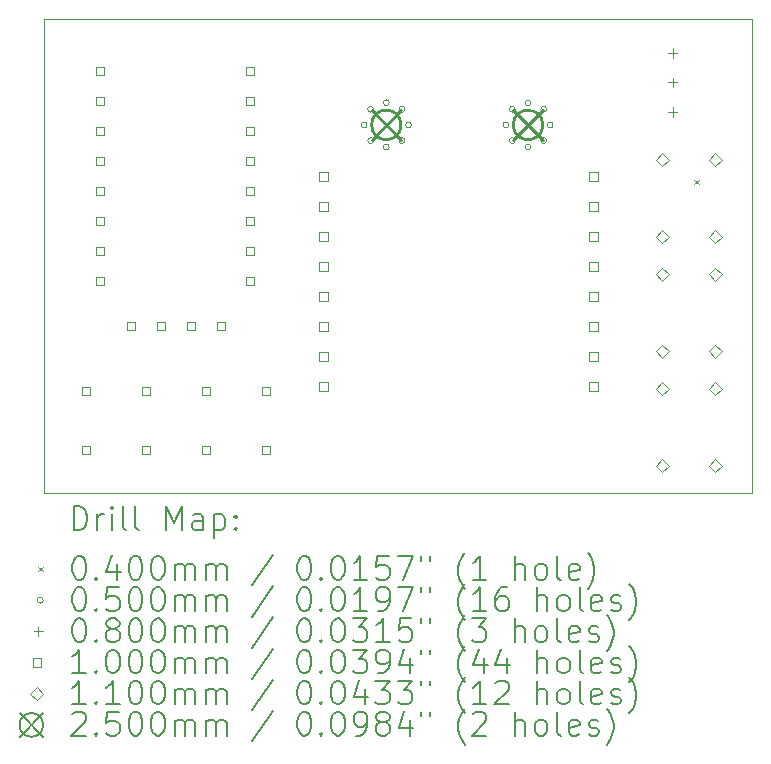
<source format=gbr>
%FSLAX45Y45*%
G04 Gerber Fmt 4.5, Leading zero omitted, Abs format (unit mm)*
G04 Created by KiCad (PCBNEW (6.0.5)) date 2022-11-03 10:24:22*
%MOMM*%
%LPD*%
G01*
G04 APERTURE LIST*
%TA.AperFunction,Profile*%
%ADD10C,0.100000*%
%TD*%
%ADD11C,0.200000*%
%ADD12C,0.040000*%
%ADD13C,0.050000*%
%ADD14C,0.080000*%
%ADD15C,0.100000*%
%ADD16C,0.110000*%
%ADD17C,0.250000*%
G04 APERTURE END LIST*
D10*
X13900000Y-11535000D02*
X7900000Y-11535000D01*
X13900000Y-7520000D02*
X13900000Y-11535000D01*
X7900000Y-7520000D02*
X7900000Y-11535000D01*
X7900000Y-7520000D02*
X13900000Y-7520000D01*
D11*
D12*
X13406250Y-8883750D02*
X13446250Y-8923750D01*
X13446250Y-8883750D02*
X13406250Y-8923750D01*
D13*
X10637500Y-8420000D02*
G75*
G03*
X10637500Y-8420000I-25000J0D01*
G01*
X10692418Y-8287417D02*
G75*
G03*
X10692418Y-8287417I-25000J0D01*
G01*
X10692418Y-8552583D02*
G75*
G03*
X10692418Y-8552583I-25000J0D01*
G01*
X10825000Y-8232500D02*
G75*
G03*
X10825000Y-8232500I-25000J0D01*
G01*
X10825000Y-8607500D02*
G75*
G03*
X10825000Y-8607500I-25000J0D01*
G01*
X10957583Y-8287417D02*
G75*
G03*
X10957583Y-8287417I-25000J0D01*
G01*
X10957583Y-8552583D02*
G75*
G03*
X10957583Y-8552583I-25000J0D01*
G01*
X11012500Y-8420000D02*
G75*
G03*
X11012500Y-8420000I-25000J0D01*
G01*
X11837500Y-8420000D02*
G75*
G03*
X11837500Y-8420000I-25000J0D01*
G01*
X11892417Y-8287417D02*
G75*
G03*
X11892417Y-8287417I-25000J0D01*
G01*
X11892417Y-8552583D02*
G75*
G03*
X11892417Y-8552583I-25000J0D01*
G01*
X12025000Y-8232500D02*
G75*
G03*
X12025000Y-8232500I-25000J0D01*
G01*
X12025000Y-8607500D02*
G75*
G03*
X12025000Y-8607500I-25000J0D01*
G01*
X12157582Y-8287417D02*
G75*
G03*
X12157582Y-8287417I-25000J0D01*
G01*
X12157582Y-8552583D02*
G75*
G03*
X12157582Y-8552583I-25000J0D01*
G01*
X12212500Y-8420000D02*
G75*
G03*
X12212500Y-8420000I-25000J0D01*
G01*
D14*
X13225000Y-7770000D02*
X13225000Y-7850000D01*
X13185000Y-7810000D02*
X13265000Y-7810000D01*
X13225000Y-8020000D02*
X13225000Y-8100000D01*
X13185000Y-8060000D02*
X13265000Y-8060000D01*
X13225000Y-8270000D02*
X13225000Y-8350000D01*
X13185000Y-8310000D02*
X13265000Y-8310000D01*
D15*
X8293356Y-10705356D02*
X8293356Y-10634644D01*
X8222644Y-10634644D01*
X8222644Y-10705356D01*
X8293356Y-10705356D01*
X8293356Y-11205356D02*
X8293356Y-11134644D01*
X8222644Y-11134644D01*
X8222644Y-11205356D01*
X8293356Y-11205356D01*
X8410356Y-7999856D02*
X8410356Y-7929144D01*
X8339644Y-7929144D01*
X8339644Y-7999856D01*
X8410356Y-7999856D01*
X8410356Y-8253856D02*
X8410356Y-8183144D01*
X8339644Y-8183144D01*
X8339644Y-8253856D01*
X8410356Y-8253856D01*
X8410356Y-8507856D02*
X8410356Y-8437144D01*
X8339644Y-8437144D01*
X8339644Y-8507856D01*
X8410356Y-8507856D01*
X8410356Y-8761856D02*
X8410356Y-8691144D01*
X8339644Y-8691144D01*
X8339644Y-8761856D01*
X8410356Y-8761856D01*
X8410356Y-9015856D02*
X8410356Y-8945144D01*
X8339644Y-8945144D01*
X8339644Y-9015856D01*
X8410356Y-9015856D01*
X8410356Y-9269856D02*
X8410356Y-9199144D01*
X8339644Y-9199144D01*
X8339644Y-9269856D01*
X8410356Y-9269856D01*
X8410356Y-9523856D02*
X8410356Y-9453144D01*
X8339644Y-9453144D01*
X8339644Y-9523856D01*
X8410356Y-9523856D01*
X8410356Y-9777856D02*
X8410356Y-9707144D01*
X8339644Y-9707144D01*
X8339644Y-9777856D01*
X8410356Y-9777856D01*
X8675356Y-10155356D02*
X8675356Y-10084644D01*
X8604644Y-10084644D01*
X8604644Y-10155356D01*
X8675356Y-10155356D01*
X8801356Y-10705356D02*
X8801356Y-10634644D01*
X8730644Y-10634644D01*
X8730644Y-10705356D01*
X8801356Y-10705356D01*
X8801356Y-11205356D02*
X8801356Y-11134644D01*
X8730644Y-11134644D01*
X8730644Y-11205356D01*
X8801356Y-11205356D01*
X8929356Y-10155356D02*
X8929356Y-10084644D01*
X8858644Y-10084644D01*
X8858644Y-10155356D01*
X8929356Y-10155356D01*
X9183356Y-10155356D02*
X9183356Y-10084644D01*
X9112644Y-10084644D01*
X9112644Y-10155356D01*
X9183356Y-10155356D01*
X9309356Y-10705356D02*
X9309356Y-10634644D01*
X9238644Y-10634644D01*
X9238644Y-10705356D01*
X9309356Y-10705356D01*
X9309356Y-11205356D02*
X9309356Y-11134644D01*
X9238644Y-11134644D01*
X9238644Y-11205356D01*
X9309356Y-11205356D01*
X9437356Y-10155356D02*
X9437356Y-10084644D01*
X9366644Y-10084644D01*
X9366644Y-10155356D01*
X9437356Y-10155356D01*
X9680356Y-7999856D02*
X9680356Y-7929144D01*
X9609644Y-7929144D01*
X9609644Y-7999856D01*
X9680356Y-7999856D01*
X9680356Y-8253856D02*
X9680356Y-8183144D01*
X9609644Y-8183144D01*
X9609644Y-8253856D01*
X9680356Y-8253856D01*
X9680356Y-8507856D02*
X9680356Y-8437144D01*
X9609644Y-8437144D01*
X9609644Y-8507856D01*
X9680356Y-8507856D01*
X9680356Y-8761856D02*
X9680356Y-8691144D01*
X9609644Y-8691144D01*
X9609644Y-8761856D01*
X9680356Y-8761856D01*
X9680356Y-9015856D02*
X9680356Y-8945144D01*
X9609644Y-8945144D01*
X9609644Y-9015856D01*
X9680356Y-9015856D01*
X9680356Y-9269856D02*
X9680356Y-9199144D01*
X9609644Y-9199144D01*
X9609644Y-9269856D01*
X9680356Y-9269856D01*
X9680356Y-9523856D02*
X9680356Y-9453144D01*
X9609644Y-9453144D01*
X9609644Y-9523856D01*
X9680356Y-9523856D01*
X9680356Y-9777856D02*
X9680356Y-9707144D01*
X9609644Y-9707144D01*
X9609644Y-9777856D01*
X9680356Y-9777856D01*
X9817356Y-10705356D02*
X9817356Y-10634644D01*
X9746644Y-10634644D01*
X9746644Y-10705356D01*
X9817356Y-10705356D01*
X9817356Y-11205356D02*
X9817356Y-11134644D01*
X9746644Y-11134644D01*
X9746644Y-11205356D01*
X9817356Y-11205356D01*
X10303856Y-8891356D02*
X10303856Y-8820644D01*
X10233144Y-8820644D01*
X10233144Y-8891356D01*
X10303856Y-8891356D01*
X10303856Y-9145356D02*
X10303856Y-9074644D01*
X10233144Y-9074644D01*
X10233144Y-9145356D01*
X10303856Y-9145356D01*
X10303856Y-9399356D02*
X10303856Y-9328644D01*
X10233144Y-9328644D01*
X10233144Y-9399356D01*
X10303856Y-9399356D01*
X10303856Y-9653356D02*
X10303856Y-9582644D01*
X10233144Y-9582644D01*
X10233144Y-9653356D01*
X10303856Y-9653356D01*
X10303856Y-9907356D02*
X10303856Y-9836644D01*
X10233144Y-9836644D01*
X10233144Y-9907356D01*
X10303856Y-9907356D01*
X10303856Y-10161356D02*
X10303856Y-10090644D01*
X10233144Y-10090644D01*
X10233144Y-10161356D01*
X10303856Y-10161356D01*
X10303856Y-10415356D02*
X10303856Y-10344644D01*
X10233144Y-10344644D01*
X10233144Y-10415356D01*
X10303856Y-10415356D01*
X10303856Y-10669356D02*
X10303856Y-10598644D01*
X10233144Y-10598644D01*
X10233144Y-10669356D01*
X10303856Y-10669356D01*
X12589856Y-8891356D02*
X12589856Y-8820644D01*
X12519144Y-8820644D01*
X12519144Y-8891356D01*
X12589856Y-8891356D01*
X12589856Y-9145356D02*
X12589856Y-9074644D01*
X12519144Y-9074644D01*
X12519144Y-9145356D01*
X12589856Y-9145356D01*
X12589856Y-9399356D02*
X12589856Y-9328644D01*
X12519144Y-9328644D01*
X12519144Y-9399356D01*
X12589856Y-9399356D01*
X12589856Y-9653356D02*
X12589856Y-9582644D01*
X12519144Y-9582644D01*
X12519144Y-9653356D01*
X12589856Y-9653356D01*
X12589856Y-9907356D02*
X12589856Y-9836644D01*
X12519144Y-9836644D01*
X12519144Y-9907356D01*
X12589856Y-9907356D01*
X12589856Y-10161356D02*
X12589856Y-10090644D01*
X12519144Y-10090644D01*
X12519144Y-10161356D01*
X12589856Y-10161356D01*
X12589856Y-10415356D02*
X12589856Y-10344644D01*
X12519144Y-10344644D01*
X12519144Y-10415356D01*
X12589856Y-10415356D01*
X12589856Y-10669356D02*
X12589856Y-10598644D01*
X12519144Y-10598644D01*
X12519144Y-10669356D01*
X12589856Y-10669356D01*
D16*
X13135000Y-8770000D02*
X13190000Y-8715000D01*
X13135000Y-8660000D01*
X13080000Y-8715000D01*
X13135000Y-8770000D01*
X13135000Y-9420000D02*
X13190000Y-9365000D01*
X13135000Y-9310000D01*
X13080000Y-9365000D01*
X13135000Y-9420000D01*
X13135000Y-9740000D02*
X13190000Y-9685000D01*
X13135000Y-9630000D01*
X13080000Y-9685000D01*
X13135000Y-9740000D01*
X13135000Y-10390000D02*
X13190000Y-10335000D01*
X13135000Y-10280000D01*
X13080000Y-10335000D01*
X13135000Y-10390000D01*
X13135000Y-10710000D02*
X13190000Y-10655000D01*
X13135000Y-10600000D01*
X13080000Y-10655000D01*
X13135000Y-10710000D01*
X13135000Y-11360000D02*
X13190000Y-11305000D01*
X13135000Y-11250000D01*
X13080000Y-11305000D01*
X13135000Y-11360000D01*
X13585000Y-8770000D02*
X13640000Y-8715000D01*
X13585000Y-8660000D01*
X13530000Y-8715000D01*
X13585000Y-8770000D01*
X13585000Y-9420000D02*
X13640000Y-9365000D01*
X13585000Y-9310000D01*
X13530000Y-9365000D01*
X13585000Y-9420000D01*
X13585000Y-9740000D02*
X13640000Y-9685000D01*
X13585000Y-9630000D01*
X13530000Y-9685000D01*
X13585000Y-9740000D01*
X13585000Y-10390000D02*
X13640000Y-10335000D01*
X13585000Y-10280000D01*
X13530000Y-10335000D01*
X13585000Y-10390000D01*
X13585000Y-10710000D02*
X13640000Y-10655000D01*
X13585000Y-10600000D01*
X13530000Y-10655000D01*
X13585000Y-10710000D01*
X13585000Y-11360000D02*
X13640000Y-11305000D01*
X13585000Y-11250000D01*
X13530000Y-11305000D01*
X13585000Y-11360000D01*
D17*
X10675000Y-8295000D02*
X10925000Y-8545000D01*
X10925000Y-8295000D02*
X10675000Y-8545000D01*
X10925000Y-8420000D02*
G75*
G03*
X10925000Y-8420000I-125000J0D01*
G01*
X11875000Y-8295000D02*
X12125000Y-8545000D01*
X12125000Y-8295000D02*
X11875000Y-8545000D01*
X12125000Y-8420000D02*
G75*
G03*
X12125000Y-8420000I-125000J0D01*
G01*
D11*
X8152619Y-11850476D02*
X8152619Y-11650476D01*
X8200238Y-11650476D01*
X8228809Y-11660000D01*
X8247857Y-11679048D01*
X8257381Y-11698095D01*
X8266905Y-11736190D01*
X8266905Y-11764762D01*
X8257381Y-11802857D01*
X8247857Y-11821905D01*
X8228809Y-11840952D01*
X8200238Y-11850476D01*
X8152619Y-11850476D01*
X8352619Y-11850476D02*
X8352619Y-11717143D01*
X8352619Y-11755238D02*
X8362143Y-11736190D01*
X8371667Y-11726667D01*
X8390714Y-11717143D01*
X8409762Y-11717143D01*
X8476429Y-11850476D02*
X8476429Y-11717143D01*
X8476429Y-11650476D02*
X8466905Y-11660000D01*
X8476429Y-11669524D01*
X8485952Y-11660000D01*
X8476429Y-11650476D01*
X8476429Y-11669524D01*
X8600238Y-11850476D02*
X8581190Y-11840952D01*
X8571667Y-11821905D01*
X8571667Y-11650476D01*
X8705000Y-11850476D02*
X8685952Y-11840952D01*
X8676429Y-11821905D01*
X8676429Y-11650476D01*
X8933571Y-11850476D02*
X8933571Y-11650476D01*
X9000238Y-11793333D01*
X9066905Y-11650476D01*
X9066905Y-11850476D01*
X9247857Y-11850476D02*
X9247857Y-11745714D01*
X9238333Y-11726667D01*
X9219286Y-11717143D01*
X9181190Y-11717143D01*
X9162143Y-11726667D01*
X9247857Y-11840952D02*
X9228810Y-11850476D01*
X9181190Y-11850476D01*
X9162143Y-11840952D01*
X9152619Y-11821905D01*
X9152619Y-11802857D01*
X9162143Y-11783809D01*
X9181190Y-11774286D01*
X9228810Y-11774286D01*
X9247857Y-11764762D01*
X9343095Y-11717143D02*
X9343095Y-11917143D01*
X9343095Y-11726667D02*
X9362143Y-11717143D01*
X9400238Y-11717143D01*
X9419286Y-11726667D01*
X9428810Y-11736190D01*
X9438333Y-11755238D01*
X9438333Y-11812381D01*
X9428810Y-11831428D01*
X9419286Y-11840952D01*
X9400238Y-11850476D01*
X9362143Y-11850476D01*
X9343095Y-11840952D01*
X9524048Y-11831428D02*
X9533571Y-11840952D01*
X9524048Y-11850476D01*
X9514524Y-11840952D01*
X9524048Y-11831428D01*
X9524048Y-11850476D01*
X9524048Y-11726667D02*
X9533571Y-11736190D01*
X9524048Y-11745714D01*
X9514524Y-11736190D01*
X9524048Y-11726667D01*
X9524048Y-11745714D01*
D12*
X7855000Y-12160000D02*
X7895000Y-12200000D01*
X7895000Y-12160000D02*
X7855000Y-12200000D01*
D11*
X8190714Y-12070476D02*
X8209762Y-12070476D01*
X8228809Y-12080000D01*
X8238333Y-12089524D01*
X8247857Y-12108571D01*
X8257381Y-12146667D01*
X8257381Y-12194286D01*
X8247857Y-12232381D01*
X8238333Y-12251428D01*
X8228809Y-12260952D01*
X8209762Y-12270476D01*
X8190714Y-12270476D01*
X8171667Y-12260952D01*
X8162143Y-12251428D01*
X8152619Y-12232381D01*
X8143095Y-12194286D01*
X8143095Y-12146667D01*
X8152619Y-12108571D01*
X8162143Y-12089524D01*
X8171667Y-12080000D01*
X8190714Y-12070476D01*
X8343095Y-12251428D02*
X8352619Y-12260952D01*
X8343095Y-12270476D01*
X8333571Y-12260952D01*
X8343095Y-12251428D01*
X8343095Y-12270476D01*
X8524048Y-12137143D02*
X8524048Y-12270476D01*
X8476429Y-12060952D02*
X8428810Y-12203809D01*
X8552619Y-12203809D01*
X8666905Y-12070476D02*
X8685952Y-12070476D01*
X8705000Y-12080000D01*
X8714524Y-12089524D01*
X8724048Y-12108571D01*
X8733571Y-12146667D01*
X8733571Y-12194286D01*
X8724048Y-12232381D01*
X8714524Y-12251428D01*
X8705000Y-12260952D01*
X8685952Y-12270476D01*
X8666905Y-12270476D01*
X8647857Y-12260952D01*
X8638333Y-12251428D01*
X8628810Y-12232381D01*
X8619286Y-12194286D01*
X8619286Y-12146667D01*
X8628810Y-12108571D01*
X8638333Y-12089524D01*
X8647857Y-12080000D01*
X8666905Y-12070476D01*
X8857381Y-12070476D02*
X8876429Y-12070476D01*
X8895476Y-12080000D01*
X8905000Y-12089524D01*
X8914524Y-12108571D01*
X8924048Y-12146667D01*
X8924048Y-12194286D01*
X8914524Y-12232381D01*
X8905000Y-12251428D01*
X8895476Y-12260952D01*
X8876429Y-12270476D01*
X8857381Y-12270476D01*
X8838333Y-12260952D01*
X8828810Y-12251428D01*
X8819286Y-12232381D01*
X8809762Y-12194286D01*
X8809762Y-12146667D01*
X8819286Y-12108571D01*
X8828810Y-12089524D01*
X8838333Y-12080000D01*
X8857381Y-12070476D01*
X9009762Y-12270476D02*
X9009762Y-12137143D01*
X9009762Y-12156190D02*
X9019286Y-12146667D01*
X9038333Y-12137143D01*
X9066905Y-12137143D01*
X9085952Y-12146667D01*
X9095476Y-12165714D01*
X9095476Y-12270476D01*
X9095476Y-12165714D02*
X9105000Y-12146667D01*
X9124048Y-12137143D01*
X9152619Y-12137143D01*
X9171667Y-12146667D01*
X9181190Y-12165714D01*
X9181190Y-12270476D01*
X9276429Y-12270476D02*
X9276429Y-12137143D01*
X9276429Y-12156190D02*
X9285952Y-12146667D01*
X9305000Y-12137143D01*
X9333571Y-12137143D01*
X9352619Y-12146667D01*
X9362143Y-12165714D01*
X9362143Y-12270476D01*
X9362143Y-12165714D02*
X9371667Y-12146667D01*
X9390714Y-12137143D01*
X9419286Y-12137143D01*
X9438333Y-12146667D01*
X9447857Y-12165714D01*
X9447857Y-12270476D01*
X9838333Y-12060952D02*
X9666905Y-12318095D01*
X10095476Y-12070476D02*
X10114524Y-12070476D01*
X10133571Y-12080000D01*
X10143095Y-12089524D01*
X10152619Y-12108571D01*
X10162143Y-12146667D01*
X10162143Y-12194286D01*
X10152619Y-12232381D01*
X10143095Y-12251428D01*
X10133571Y-12260952D01*
X10114524Y-12270476D01*
X10095476Y-12270476D01*
X10076429Y-12260952D01*
X10066905Y-12251428D01*
X10057381Y-12232381D01*
X10047857Y-12194286D01*
X10047857Y-12146667D01*
X10057381Y-12108571D01*
X10066905Y-12089524D01*
X10076429Y-12080000D01*
X10095476Y-12070476D01*
X10247857Y-12251428D02*
X10257381Y-12260952D01*
X10247857Y-12270476D01*
X10238333Y-12260952D01*
X10247857Y-12251428D01*
X10247857Y-12270476D01*
X10381190Y-12070476D02*
X10400238Y-12070476D01*
X10419286Y-12080000D01*
X10428810Y-12089524D01*
X10438333Y-12108571D01*
X10447857Y-12146667D01*
X10447857Y-12194286D01*
X10438333Y-12232381D01*
X10428810Y-12251428D01*
X10419286Y-12260952D01*
X10400238Y-12270476D01*
X10381190Y-12270476D01*
X10362143Y-12260952D01*
X10352619Y-12251428D01*
X10343095Y-12232381D01*
X10333571Y-12194286D01*
X10333571Y-12146667D01*
X10343095Y-12108571D01*
X10352619Y-12089524D01*
X10362143Y-12080000D01*
X10381190Y-12070476D01*
X10638333Y-12270476D02*
X10524048Y-12270476D01*
X10581190Y-12270476D02*
X10581190Y-12070476D01*
X10562143Y-12099048D01*
X10543095Y-12118095D01*
X10524048Y-12127619D01*
X10819286Y-12070476D02*
X10724048Y-12070476D01*
X10714524Y-12165714D01*
X10724048Y-12156190D01*
X10743095Y-12146667D01*
X10790714Y-12146667D01*
X10809762Y-12156190D01*
X10819286Y-12165714D01*
X10828810Y-12184762D01*
X10828810Y-12232381D01*
X10819286Y-12251428D01*
X10809762Y-12260952D01*
X10790714Y-12270476D01*
X10743095Y-12270476D01*
X10724048Y-12260952D01*
X10714524Y-12251428D01*
X10895476Y-12070476D02*
X11028810Y-12070476D01*
X10943095Y-12270476D01*
X11095476Y-12070476D02*
X11095476Y-12108571D01*
X11171667Y-12070476D02*
X11171667Y-12108571D01*
X11466905Y-12346667D02*
X11457381Y-12337143D01*
X11438333Y-12308571D01*
X11428809Y-12289524D01*
X11419286Y-12260952D01*
X11409762Y-12213333D01*
X11409762Y-12175238D01*
X11419286Y-12127619D01*
X11428809Y-12099048D01*
X11438333Y-12080000D01*
X11457381Y-12051428D01*
X11466905Y-12041905D01*
X11647857Y-12270476D02*
X11533571Y-12270476D01*
X11590714Y-12270476D02*
X11590714Y-12070476D01*
X11571667Y-12099048D01*
X11552619Y-12118095D01*
X11533571Y-12127619D01*
X11885952Y-12270476D02*
X11885952Y-12070476D01*
X11971667Y-12270476D02*
X11971667Y-12165714D01*
X11962143Y-12146667D01*
X11943095Y-12137143D01*
X11914524Y-12137143D01*
X11895476Y-12146667D01*
X11885952Y-12156190D01*
X12095476Y-12270476D02*
X12076428Y-12260952D01*
X12066905Y-12251428D01*
X12057381Y-12232381D01*
X12057381Y-12175238D01*
X12066905Y-12156190D01*
X12076428Y-12146667D01*
X12095476Y-12137143D01*
X12124048Y-12137143D01*
X12143095Y-12146667D01*
X12152619Y-12156190D01*
X12162143Y-12175238D01*
X12162143Y-12232381D01*
X12152619Y-12251428D01*
X12143095Y-12260952D01*
X12124048Y-12270476D01*
X12095476Y-12270476D01*
X12276428Y-12270476D02*
X12257381Y-12260952D01*
X12247857Y-12241905D01*
X12247857Y-12070476D01*
X12428809Y-12260952D02*
X12409762Y-12270476D01*
X12371667Y-12270476D01*
X12352619Y-12260952D01*
X12343095Y-12241905D01*
X12343095Y-12165714D01*
X12352619Y-12146667D01*
X12371667Y-12137143D01*
X12409762Y-12137143D01*
X12428809Y-12146667D01*
X12438333Y-12165714D01*
X12438333Y-12184762D01*
X12343095Y-12203809D01*
X12505000Y-12346667D02*
X12514524Y-12337143D01*
X12533571Y-12308571D01*
X12543095Y-12289524D01*
X12552619Y-12260952D01*
X12562143Y-12213333D01*
X12562143Y-12175238D01*
X12552619Y-12127619D01*
X12543095Y-12099048D01*
X12533571Y-12080000D01*
X12514524Y-12051428D01*
X12505000Y-12041905D01*
D13*
X7895000Y-12444000D02*
G75*
G03*
X7895000Y-12444000I-25000J0D01*
G01*
D11*
X8190714Y-12334476D02*
X8209762Y-12334476D01*
X8228809Y-12344000D01*
X8238333Y-12353524D01*
X8247857Y-12372571D01*
X8257381Y-12410667D01*
X8257381Y-12458286D01*
X8247857Y-12496381D01*
X8238333Y-12515428D01*
X8228809Y-12524952D01*
X8209762Y-12534476D01*
X8190714Y-12534476D01*
X8171667Y-12524952D01*
X8162143Y-12515428D01*
X8152619Y-12496381D01*
X8143095Y-12458286D01*
X8143095Y-12410667D01*
X8152619Y-12372571D01*
X8162143Y-12353524D01*
X8171667Y-12344000D01*
X8190714Y-12334476D01*
X8343095Y-12515428D02*
X8352619Y-12524952D01*
X8343095Y-12534476D01*
X8333571Y-12524952D01*
X8343095Y-12515428D01*
X8343095Y-12534476D01*
X8533571Y-12334476D02*
X8438333Y-12334476D01*
X8428810Y-12429714D01*
X8438333Y-12420190D01*
X8457381Y-12410667D01*
X8505000Y-12410667D01*
X8524048Y-12420190D01*
X8533571Y-12429714D01*
X8543095Y-12448762D01*
X8543095Y-12496381D01*
X8533571Y-12515428D01*
X8524048Y-12524952D01*
X8505000Y-12534476D01*
X8457381Y-12534476D01*
X8438333Y-12524952D01*
X8428810Y-12515428D01*
X8666905Y-12334476D02*
X8685952Y-12334476D01*
X8705000Y-12344000D01*
X8714524Y-12353524D01*
X8724048Y-12372571D01*
X8733571Y-12410667D01*
X8733571Y-12458286D01*
X8724048Y-12496381D01*
X8714524Y-12515428D01*
X8705000Y-12524952D01*
X8685952Y-12534476D01*
X8666905Y-12534476D01*
X8647857Y-12524952D01*
X8638333Y-12515428D01*
X8628810Y-12496381D01*
X8619286Y-12458286D01*
X8619286Y-12410667D01*
X8628810Y-12372571D01*
X8638333Y-12353524D01*
X8647857Y-12344000D01*
X8666905Y-12334476D01*
X8857381Y-12334476D02*
X8876429Y-12334476D01*
X8895476Y-12344000D01*
X8905000Y-12353524D01*
X8914524Y-12372571D01*
X8924048Y-12410667D01*
X8924048Y-12458286D01*
X8914524Y-12496381D01*
X8905000Y-12515428D01*
X8895476Y-12524952D01*
X8876429Y-12534476D01*
X8857381Y-12534476D01*
X8838333Y-12524952D01*
X8828810Y-12515428D01*
X8819286Y-12496381D01*
X8809762Y-12458286D01*
X8809762Y-12410667D01*
X8819286Y-12372571D01*
X8828810Y-12353524D01*
X8838333Y-12344000D01*
X8857381Y-12334476D01*
X9009762Y-12534476D02*
X9009762Y-12401143D01*
X9009762Y-12420190D02*
X9019286Y-12410667D01*
X9038333Y-12401143D01*
X9066905Y-12401143D01*
X9085952Y-12410667D01*
X9095476Y-12429714D01*
X9095476Y-12534476D01*
X9095476Y-12429714D02*
X9105000Y-12410667D01*
X9124048Y-12401143D01*
X9152619Y-12401143D01*
X9171667Y-12410667D01*
X9181190Y-12429714D01*
X9181190Y-12534476D01*
X9276429Y-12534476D02*
X9276429Y-12401143D01*
X9276429Y-12420190D02*
X9285952Y-12410667D01*
X9305000Y-12401143D01*
X9333571Y-12401143D01*
X9352619Y-12410667D01*
X9362143Y-12429714D01*
X9362143Y-12534476D01*
X9362143Y-12429714D02*
X9371667Y-12410667D01*
X9390714Y-12401143D01*
X9419286Y-12401143D01*
X9438333Y-12410667D01*
X9447857Y-12429714D01*
X9447857Y-12534476D01*
X9838333Y-12324952D02*
X9666905Y-12582095D01*
X10095476Y-12334476D02*
X10114524Y-12334476D01*
X10133571Y-12344000D01*
X10143095Y-12353524D01*
X10152619Y-12372571D01*
X10162143Y-12410667D01*
X10162143Y-12458286D01*
X10152619Y-12496381D01*
X10143095Y-12515428D01*
X10133571Y-12524952D01*
X10114524Y-12534476D01*
X10095476Y-12534476D01*
X10076429Y-12524952D01*
X10066905Y-12515428D01*
X10057381Y-12496381D01*
X10047857Y-12458286D01*
X10047857Y-12410667D01*
X10057381Y-12372571D01*
X10066905Y-12353524D01*
X10076429Y-12344000D01*
X10095476Y-12334476D01*
X10247857Y-12515428D02*
X10257381Y-12524952D01*
X10247857Y-12534476D01*
X10238333Y-12524952D01*
X10247857Y-12515428D01*
X10247857Y-12534476D01*
X10381190Y-12334476D02*
X10400238Y-12334476D01*
X10419286Y-12344000D01*
X10428810Y-12353524D01*
X10438333Y-12372571D01*
X10447857Y-12410667D01*
X10447857Y-12458286D01*
X10438333Y-12496381D01*
X10428810Y-12515428D01*
X10419286Y-12524952D01*
X10400238Y-12534476D01*
X10381190Y-12534476D01*
X10362143Y-12524952D01*
X10352619Y-12515428D01*
X10343095Y-12496381D01*
X10333571Y-12458286D01*
X10333571Y-12410667D01*
X10343095Y-12372571D01*
X10352619Y-12353524D01*
X10362143Y-12344000D01*
X10381190Y-12334476D01*
X10638333Y-12534476D02*
X10524048Y-12534476D01*
X10581190Y-12534476D02*
X10581190Y-12334476D01*
X10562143Y-12363048D01*
X10543095Y-12382095D01*
X10524048Y-12391619D01*
X10733571Y-12534476D02*
X10771667Y-12534476D01*
X10790714Y-12524952D01*
X10800238Y-12515428D01*
X10819286Y-12486857D01*
X10828810Y-12448762D01*
X10828810Y-12372571D01*
X10819286Y-12353524D01*
X10809762Y-12344000D01*
X10790714Y-12334476D01*
X10752619Y-12334476D01*
X10733571Y-12344000D01*
X10724048Y-12353524D01*
X10714524Y-12372571D01*
X10714524Y-12420190D01*
X10724048Y-12439238D01*
X10733571Y-12448762D01*
X10752619Y-12458286D01*
X10790714Y-12458286D01*
X10809762Y-12448762D01*
X10819286Y-12439238D01*
X10828810Y-12420190D01*
X10895476Y-12334476D02*
X11028810Y-12334476D01*
X10943095Y-12534476D01*
X11095476Y-12334476D02*
X11095476Y-12372571D01*
X11171667Y-12334476D02*
X11171667Y-12372571D01*
X11466905Y-12610667D02*
X11457381Y-12601143D01*
X11438333Y-12572571D01*
X11428809Y-12553524D01*
X11419286Y-12524952D01*
X11409762Y-12477333D01*
X11409762Y-12439238D01*
X11419286Y-12391619D01*
X11428809Y-12363048D01*
X11438333Y-12344000D01*
X11457381Y-12315428D01*
X11466905Y-12305905D01*
X11647857Y-12534476D02*
X11533571Y-12534476D01*
X11590714Y-12534476D02*
X11590714Y-12334476D01*
X11571667Y-12363048D01*
X11552619Y-12382095D01*
X11533571Y-12391619D01*
X11819286Y-12334476D02*
X11781190Y-12334476D01*
X11762143Y-12344000D01*
X11752619Y-12353524D01*
X11733571Y-12382095D01*
X11724048Y-12420190D01*
X11724048Y-12496381D01*
X11733571Y-12515428D01*
X11743095Y-12524952D01*
X11762143Y-12534476D01*
X11800238Y-12534476D01*
X11819286Y-12524952D01*
X11828809Y-12515428D01*
X11838333Y-12496381D01*
X11838333Y-12448762D01*
X11828809Y-12429714D01*
X11819286Y-12420190D01*
X11800238Y-12410667D01*
X11762143Y-12410667D01*
X11743095Y-12420190D01*
X11733571Y-12429714D01*
X11724048Y-12448762D01*
X12076428Y-12534476D02*
X12076428Y-12334476D01*
X12162143Y-12534476D02*
X12162143Y-12429714D01*
X12152619Y-12410667D01*
X12133571Y-12401143D01*
X12105000Y-12401143D01*
X12085952Y-12410667D01*
X12076428Y-12420190D01*
X12285952Y-12534476D02*
X12266905Y-12524952D01*
X12257381Y-12515428D01*
X12247857Y-12496381D01*
X12247857Y-12439238D01*
X12257381Y-12420190D01*
X12266905Y-12410667D01*
X12285952Y-12401143D01*
X12314524Y-12401143D01*
X12333571Y-12410667D01*
X12343095Y-12420190D01*
X12352619Y-12439238D01*
X12352619Y-12496381D01*
X12343095Y-12515428D01*
X12333571Y-12524952D01*
X12314524Y-12534476D01*
X12285952Y-12534476D01*
X12466905Y-12534476D02*
X12447857Y-12524952D01*
X12438333Y-12505905D01*
X12438333Y-12334476D01*
X12619286Y-12524952D02*
X12600238Y-12534476D01*
X12562143Y-12534476D01*
X12543095Y-12524952D01*
X12533571Y-12505905D01*
X12533571Y-12429714D01*
X12543095Y-12410667D01*
X12562143Y-12401143D01*
X12600238Y-12401143D01*
X12619286Y-12410667D01*
X12628809Y-12429714D01*
X12628809Y-12448762D01*
X12533571Y-12467809D01*
X12705000Y-12524952D02*
X12724048Y-12534476D01*
X12762143Y-12534476D01*
X12781190Y-12524952D01*
X12790714Y-12505905D01*
X12790714Y-12496381D01*
X12781190Y-12477333D01*
X12762143Y-12467809D01*
X12733571Y-12467809D01*
X12714524Y-12458286D01*
X12705000Y-12439238D01*
X12705000Y-12429714D01*
X12714524Y-12410667D01*
X12733571Y-12401143D01*
X12762143Y-12401143D01*
X12781190Y-12410667D01*
X12857381Y-12610667D02*
X12866905Y-12601143D01*
X12885952Y-12572571D01*
X12895476Y-12553524D01*
X12905000Y-12524952D01*
X12914524Y-12477333D01*
X12914524Y-12439238D01*
X12905000Y-12391619D01*
X12895476Y-12363048D01*
X12885952Y-12344000D01*
X12866905Y-12315428D01*
X12857381Y-12305905D01*
D14*
X7855000Y-12668000D02*
X7855000Y-12748000D01*
X7815000Y-12708000D02*
X7895000Y-12708000D01*
D11*
X8190714Y-12598476D02*
X8209762Y-12598476D01*
X8228809Y-12608000D01*
X8238333Y-12617524D01*
X8247857Y-12636571D01*
X8257381Y-12674667D01*
X8257381Y-12722286D01*
X8247857Y-12760381D01*
X8238333Y-12779428D01*
X8228809Y-12788952D01*
X8209762Y-12798476D01*
X8190714Y-12798476D01*
X8171667Y-12788952D01*
X8162143Y-12779428D01*
X8152619Y-12760381D01*
X8143095Y-12722286D01*
X8143095Y-12674667D01*
X8152619Y-12636571D01*
X8162143Y-12617524D01*
X8171667Y-12608000D01*
X8190714Y-12598476D01*
X8343095Y-12779428D02*
X8352619Y-12788952D01*
X8343095Y-12798476D01*
X8333571Y-12788952D01*
X8343095Y-12779428D01*
X8343095Y-12798476D01*
X8466905Y-12684190D02*
X8447857Y-12674667D01*
X8438333Y-12665143D01*
X8428810Y-12646095D01*
X8428810Y-12636571D01*
X8438333Y-12617524D01*
X8447857Y-12608000D01*
X8466905Y-12598476D01*
X8505000Y-12598476D01*
X8524048Y-12608000D01*
X8533571Y-12617524D01*
X8543095Y-12636571D01*
X8543095Y-12646095D01*
X8533571Y-12665143D01*
X8524048Y-12674667D01*
X8505000Y-12684190D01*
X8466905Y-12684190D01*
X8447857Y-12693714D01*
X8438333Y-12703238D01*
X8428810Y-12722286D01*
X8428810Y-12760381D01*
X8438333Y-12779428D01*
X8447857Y-12788952D01*
X8466905Y-12798476D01*
X8505000Y-12798476D01*
X8524048Y-12788952D01*
X8533571Y-12779428D01*
X8543095Y-12760381D01*
X8543095Y-12722286D01*
X8533571Y-12703238D01*
X8524048Y-12693714D01*
X8505000Y-12684190D01*
X8666905Y-12598476D02*
X8685952Y-12598476D01*
X8705000Y-12608000D01*
X8714524Y-12617524D01*
X8724048Y-12636571D01*
X8733571Y-12674667D01*
X8733571Y-12722286D01*
X8724048Y-12760381D01*
X8714524Y-12779428D01*
X8705000Y-12788952D01*
X8685952Y-12798476D01*
X8666905Y-12798476D01*
X8647857Y-12788952D01*
X8638333Y-12779428D01*
X8628810Y-12760381D01*
X8619286Y-12722286D01*
X8619286Y-12674667D01*
X8628810Y-12636571D01*
X8638333Y-12617524D01*
X8647857Y-12608000D01*
X8666905Y-12598476D01*
X8857381Y-12598476D02*
X8876429Y-12598476D01*
X8895476Y-12608000D01*
X8905000Y-12617524D01*
X8914524Y-12636571D01*
X8924048Y-12674667D01*
X8924048Y-12722286D01*
X8914524Y-12760381D01*
X8905000Y-12779428D01*
X8895476Y-12788952D01*
X8876429Y-12798476D01*
X8857381Y-12798476D01*
X8838333Y-12788952D01*
X8828810Y-12779428D01*
X8819286Y-12760381D01*
X8809762Y-12722286D01*
X8809762Y-12674667D01*
X8819286Y-12636571D01*
X8828810Y-12617524D01*
X8838333Y-12608000D01*
X8857381Y-12598476D01*
X9009762Y-12798476D02*
X9009762Y-12665143D01*
X9009762Y-12684190D02*
X9019286Y-12674667D01*
X9038333Y-12665143D01*
X9066905Y-12665143D01*
X9085952Y-12674667D01*
X9095476Y-12693714D01*
X9095476Y-12798476D01*
X9095476Y-12693714D02*
X9105000Y-12674667D01*
X9124048Y-12665143D01*
X9152619Y-12665143D01*
X9171667Y-12674667D01*
X9181190Y-12693714D01*
X9181190Y-12798476D01*
X9276429Y-12798476D02*
X9276429Y-12665143D01*
X9276429Y-12684190D02*
X9285952Y-12674667D01*
X9305000Y-12665143D01*
X9333571Y-12665143D01*
X9352619Y-12674667D01*
X9362143Y-12693714D01*
X9362143Y-12798476D01*
X9362143Y-12693714D02*
X9371667Y-12674667D01*
X9390714Y-12665143D01*
X9419286Y-12665143D01*
X9438333Y-12674667D01*
X9447857Y-12693714D01*
X9447857Y-12798476D01*
X9838333Y-12588952D02*
X9666905Y-12846095D01*
X10095476Y-12598476D02*
X10114524Y-12598476D01*
X10133571Y-12608000D01*
X10143095Y-12617524D01*
X10152619Y-12636571D01*
X10162143Y-12674667D01*
X10162143Y-12722286D01*
X10152619Y-12760381D01*
X10143095Y-12779428D01*
X10133571Y-12788952D01*
X10114524Y-12798476D01*
X10095476Y-12798476D01*
X10076429Y-12788952D01*
X10066905Y-12779428D01*
X10057381Y-12760381D01*
X10047857Y-12722286D01*
X10047857Y-12674667D01*
X10057381Y-12636571D01*
X10066905Y-12617524D01*
X10076429Y-12608000D01*
X10095476Y-12598476D01*
X10247857Y-12779428D02*
X10257381Y-12788952D01*
X10247857Y-12798476D01*
X10238333Y-12788952D01*
X10247857Y-12779428D01*
X10247857Y-12798476D01*
X10381190Y-12598476D02*
X10400238Y-12598476D01*
X10419286Y-12608000D01*
X10428810Y-12617524D01*
X10438333Y-12636571D01*
X10447857Y-12674667D01*
X10447857Y-12722286D01*
X10438333Y-12760381D01*
X10428810Y-12779428D01*
X10419286Y-12788952D01*
X10400238Y-12798476D01*
X10381190Y-12798476D01*
X10362143Y-12788952D01*
X10352619Y-12779428D01*
X10343095Y-12760381D01*
X10333571Y-12722286D01*
X10333571Y-12674667D01*
X10343095Y-12636571D01*
X10352619Y-12617524D01*
X10362143Y-12608000D01*
X10381190Y-12598476D01*
X10514524Y-12598476D02*
X10638333Y-12598476D01*
X10571667Y-12674667D01*
X10600238Y-12674667D01*
X10619286Y-12684190D01*
X10628810Y-12693714D01*
X10638333Y-12712762D01*
X10638333Y-12760381D01*
X10628810Y-12779428D01*
X10619286Y-12788952D01*
X10600238Y-12798476D01*
X10543095Y-12798476D01*
X10524048Y-12788952D01*
X10514524Y-12779428D01*
X10828810Y-12798476D02*
X10714524Y-12798476D01*
X10771667Y-12798476D02*
X10771667Y-12598476D01*
X10752619Y-12627048D01*
X10733571Y-12646095D01*
X10714524Y-12655619D01*
X11009762Y-12598476D02*
X10914524Y-12598476D01*
X10905000Y-12693714D01*
X10914524Y-12684190D01*
X10933571Y-12674667D01*
X10981190Y-12674667D01*
X11000238Y-12684190D01*
X11009762Y-12693714D01*
X11019286Y-12712762D01*
X11019286Y-12760381D01*
X11009762Y-12779428D01*
X11000238Y-12788952D01*
X10981190Y-12798476D01*
X10933571Y-12798476D01*
X10914524Y-12788952D01*
X10905000Y-12779428D01*
X11095476Y-12598476D02*
X11095476Y-12636571D01*
X11171667Y-12598476D02*
X11171667Y-12636571D01*
X11466905Y-12874667D02*
X11457381Y-12865143D01*
X11438333Y-12836571D01*
X11428809Y-12817524D01*
X11419286Y-12788952D01*
X11409762Y-12741333D01*
X11409762Y-12703238D01*
X11419286Y-12655619D01*
X11428809Y-12627048D01*
X11438333Y-12608000D01*
X11457381Y-12579428D01*
X11466905Y-12569905D01*
X11524048Y-12598476D02*
X11647857Y-12598476D01*
X11581190Y-12674667D01*
X11609762Y-12674667D01*
X11628809Y-12684190D01*
X11638333Y-12693714D01*
X11647857Y-12712762D01*
X11647857Y-12760381D01*
X11638333Y-12779428D01*
X11628809Y-12788952D01*
X11609762Y-12798476D01*
X11552619Y-12798476D01*
X11533571Y-12788952D01*
X11524048Y-12779428D01*
X11885952Y-12798476D02*
X11885952Y-12598476D01*
X11971667Y-12798476D02*
X11971667Y-12693714D01*
X11962143Y-12674667D01*
X11943095Y-12665143D01*
X11914524Y-12665143D01*
X11895476Y-12674667D01*
X11885952Y-12684190D01*
X12095476Y-12798476D02*
X12076428Y-12788952D01*
X12066905Y-12779428D01*
X12057381Y-12760381D01*
X12057381Y-12703238D01*
X12066905Y-12684190D01*
X12076428Y-12674667D01*
X12095476Y-12665143D01*
X12124048Y-12665143D01*
X12143095Y-12674667D01*
X12152619Y-12684190D01*
X12162143Y-12703238D01*
X12162143Y-12760381D01*
X12152619Y-12779428D01*
X12143095Y-12788952D01*
X12124048Y-12798476D01*
X12095476Y-12798476D01*
X12276428Y-12798476D02*
X12257381Y-12788952D01*
X12247857Y-12769905D01*
X12247857Y-12598476D01*
X12428809Y-12788952D02*
X12409762Y-12798476D01*
X12371667Y-12798476D01*
X12352619Y-12788952D01*
X12343095Y-12769905D01*
X12343095Y-12693714D01*
X12352619Y-12674667D01*
X12371667Y-12665143D01*
X12409762Y-12665143D01*
X12428809Y-12674667D01*
X12438333Y-12693714D01*
X12438333Y-12712762D01*
X12343095Y-12731809D01*
X12514524Y-12788952D02*
X12533571Y-12798476D01*
X12571667Y-12798476D01*
X12590714Y-12788952D01*
X12600238Y-12769905D01*
X12600238Y-12760381D01*
X12590714Y-12741333D01*
X12571667Y-12731809D01*
X12543095Y-12731809D01*
X12524048Y-12722286D01*
X12514524Y-12703238D01*
X12514524Y-12693714D01*
X12524048Y-12674667D01*
X12543095Y-12665143D01*
X12571667Y-12665143D01*
X12590714Y-12674667D01*
X12666905Y-12874667D02*
X12676428Y-12865143D01*
X12695476Y-12836571D01*
X12705000Y-12817524D01*
X12714524Y-12788952D01*
X12724048Y-12741333D01*
X12724048Y-12703238D01*
X12714524Y-12655619D01*
X12705000Y-12627048D01*
X12695476Y-12608000D01*
X12676428Y-12579428D01*
X12666905Y-12569905D01*
D15*
X7880356Y-13007356D02*
X7880356Y-12936644D01*
X7809644Y-12936644D01*
X7809644Y-13007356D01*
X7880356Y-13007356D01*
D11*
X8257381Y-13062476D02*
X8143095Y-13062476D01*
X8200238Y-13062476D02*
X8200238Y-12862476D01*
X8181190Y-12891048D01*
X8162143Y-12910095D01*
X8143095Y-12919619D01*
X8343095Y-13043428D02*
X8352619Y-13052952D01*
X8343095Y-13062476D01*
X8333571Y-13052952D01*
X8343095Y-13043428D01*
X8343095Y-13062476D01*
X8476429Y-12862476D02*
X8495476Y-12862476D01*
X8514524Y-12872000D01*
X8524048Y-12881524D01*
X8533571Y-12900571D01*
X8543095Y-12938667D01*
X8543095Y-12986286D01*
X8533571Y-13024381D01*
X8524048Y-13043428D01*
X8514524Y-13052952D01*
X8495476Y-13062476D01*
X8476429Y-13062476D01*
X8457381Y-13052952D01*
X8447857Y-13043428D01*
X8438333Y-13024381D01*
X8428810Y-12986286D01*
X8428810Y-12938667D01*
X8438333Y-12900571D01*
X8447857Y-12881524D01*
X8457381Y-12872000D01*
X8476429Y-12862476D01*
X8666905Y-12862476D02*
X8685952Y-12862476D01*
X8705000Y-12872000D01*
X8714524Y-12881524D01*
X8724048Y-12900571D01*
X8733571Y-12938667D01*
X8733571Y-12986286D01*
X8724048Y-13024381D01*
X8714524Y-13043428D01*
X8705000Y-13052952D01*
X8685952Y-13062476D01*
X8666905Y-13062476D01*
X8647857Y-13052952D01*
X8638333Y-13043428D01*
X8628810Y-13024381D01*
X8619286Y-12986286D01*
X8619286Y-12938667D01*
X8628810Y-12900571D01*
X8638333Y-12881524D01*
X8647857Y-12872000D01*
X8666905Y-12862476D01*
X8857381Y-12862476D02*
X8876429Y-12862476D01*
X8895476Y-12872000D01*
X8905000Y-12881524D01*
X8914524Y-12900571D01*
X8924048Y-12938667D01*
X8924048Y-12986286D01*
X8914524Y-13024381D01*
X8905000Y-13043428D01*
X8895476Y-13052952D01*
X8876429Y-13062476D01*
X8857381Y-13062476D01*
X8838333Y-13052952D01*
X8828810Y-13043428D01*
X8819286Y-13024381D01*
X8809762Y-12986286D01*
X8809762Y-12938667D01*
X8819286Y-12900571D01*
X8828810Y-12881524D01*
X8838333Y-12872000D01*
X8857381Y-12862476D01*
X9009762Y-13062476D02*
X9009762Y-12929143D01*
X9009762Y-12948190D02*
X9019286Y-12938667D01*
X9038333Y-12929143D01*
X9066905Y-12929143D01*
X9085952Y-12938667D01*
X9095476Y-12957714D01*
X9095476Y-13062476D01*
X9095476Y-12957714D02*
X9105000Y-12938667D01*
X9124048Y-12929143D01*
X9152619Y-12929143D01*
X9171667Y-12938667D01*
X9181190Y-12957714D01*
X9181190Y-13062476D01*
X9276429Y-13062476D02*
X9276429Y-12929143D01*
X9276429Y-12948190D02*
X9285952Y-12938667D01*
X9305000Y-12929143D01*
X9333571Y-12929143D01*
X9352619Y-12938667D01*
X9362143Y-12957714D01*
X9362143Y-13062476D01*
X9362143Y-12957714D02*
X9371667Y-12938667D01*
X9390714Y-12929143D01*
X9419286Y-12929143D01*
X9438333Y-12938667D01*
X9447857Y-12957714D01*
X9447857Y-13062476D01*
X9838333Y-12852952D02*
X9666905Y-13110095D01*
X10095476Y-12862476D02*
X10114524Y-12862476D01*
X10133571Y-12872000D01*
X10143095Y-12881524D01*
X10152619Y-12900571D01*
X10162143Y-12938667D01*
X10162143Y-12986286D01*
X10152619Y-13024381D01*
X10143095Y-13043428D01*
X10133571Y-13052952D01*
X10114524Y-13062476D01*
X10095476Y-13062476D01*
X10076429Y-13052952D01*
X10066905Y-13043428D01*
X10057381Y-13024381D01*
X10047857Y-12986286D01*
X10047857Y-12938667D01*
X10057381Y-12900571D01*
X10066905Y-12881524D01*
X10076429Y-12872000D01*
X10095476Y-12862476D01*
X10247857Y-13043428D02*
X10257381Y-13052952D01*
X10247857Y-13062476D01*
X10238333Y-13052952D01*
X10247857Y-13043428D01*
X10247857Y-13062476D01*
X10381190Y-12862476D02*
X10400238Y-12862476D01*
X10419286Y-12872000D01*
X10428810Y-12881524D01*
X10438333Y-12900571D01*
X10447857Y-12938667D01*
X10447857Y-12986286D01*
X10438333Y-13024381D01*
X10428810Y-13043428D01*
X10419286Y-13052952D01*
X10400238Y-13062476D01*
X10381190Y-13062476D01*
X10362143Y-13052952D01*
X10352619Y-13043428D01*
X10343095Y-13024381D01*
X10333571Y-12986286D01*
X10333571Y-12938667D01*
X10343095Y-12900571D01*
X10352619Y-12881524D01*
X10362143Y-12872000D01*
X10381190Y-12862476D01*
X10514524Y-12862476D02*
X10638333Y-12862476D01*
X10571667Y-12938667D01*
X10600238Y-12938667D01*
X10619286Y-12948190D01*
X10628810Y-12957714D01*
X10638333Y-12976762D01*
X10638333Y-13024381D01*
X10628810Y-13043428D01*
X10619286Y-13052952D01*
X10600238Y-13062476D01*
X10543095Y-13062476D01*
X10524048Y-13052952D01*
X10514524Y-13043428D01*
X10733571Y-13062476D02*
X10771667Y-13062476D01*
X10790714Y-13052952D01*
X10800238Y-13043428D01*
X10819286Y-13014857D01*
X10828810Y-12976762D01*
X10828810Y-12900571D01*
X10819286Y-12881524D01*
X10809762Y-12872000D01*
X10790714Y-12862476D01*
X10752619Y-12862476D01*
X10733571Y-12872000D01*
X10724048Y-12881524D01*
X10714524Y-12900571D01*
X10714524Y-12948190D01*
X10724048Y-12967238D01*
X10733571Y-12976762D01*
X10752619Y-12986286D01*
X10790714Y-12986286D01*
X10809762Y-12976762D01*
X10819286Y-12967238D01*
X10828810Y-12948190D01*
X11000238Y-12929143D02*
X11000238Y-13062476D01*
X10952619Y-12852952D02*
X10905000Y-12995809D01*
X11028810Y-12995809D01*
X11095476Y-12862476D02*
X11095476Y-12900571D01*
X11171667Y-12862476D02*
X11171667Y-12900571D01*
X11466905Y-13138667D02*
X11457381Y-13129143D01*
X11438333Y-13100571D01*
X11428809Y-13081524D01*
X11419286Y-13052952D01*
X11409762Y-13005333D01*
X11409762Y-12967238D01*
X11419286Y-12919619D01*
X11428809Y-12891048D01*
X11438333Y-12872000D01*
X11457381Y-12843428D01*
X11466905Y-12833905D01*
X11628809Y-12929143D02*
X11628809Y-13062476D01*
X11581190Y-12852952D02*
X11533571Y-12995809D01*
X11657381Y-12995809D01*
X11819286Y-12929143D02*
X11819286Y-13062476D01*
X11771667Y-12852952D02*
X11724048Y-12995809D01*
X11847857Y-12995809D01*
X12076428Y-13062476D02*
X12076428Y-12862476D01*
X12162143Y-13062476D02*
X12162143Y-12957714D01*
X12152619Y-12938667D01*
X12133571Y-12929143D01*
X12105000Y-12929143D01*
X12085952Y-12938667D01*
X12076428Y-12948190D01*
X12285952Y-13062476D02*
X12266905Y-13052952D01*
X12257381Y-13043428D01*
X12247857Y-13024381D01*
X12247857Y-12967238D01*
X12257381Y-12948190D01*
X12266905Y-12938667D01*
X12285952Y-12929143D01*
X12314524Y-12929143D01*
X12333571Y-12938667D01*
X12343095Y-12948190D01*
X12352619Y-12967238D01*
X12352619Y-13024381D01*
X12343095Y-13043428D01*
X12333571Y-13052952D01*
X12314524Y-13062476D01*
X12285952Y-13062476D01*
X12466905Y-13062476D02*
X12447857Y-13052952D01*
X12438333Y-13033905D01*
X12438333Y-12862476D01*
X12619286Y-13052952D02*
X12600238Y-13062476D01*
X12562143Y-13062476D01*
X12543095Y-13052952D01*
X12533571Y-13033905D01*
X12533571Y-12957714D01*
X12543095Y-12938667D01*
X12562143Y-12929143D01*
X12600238Y-12929143D01*
X12619286Y-12938667D01*
X12628809Y-12957714D01*
X12628809Y-12976762D01*
X12533571Y-12995809D01*
X12705000Y-13052952D02*
X12724048Y-13062476D01*
X12762143Y-13062476D01*
X12781190Y-13052952D01*
X12790714Y-13033905D01*
X12790714Y-13024381D01*
X12781190Y-13005333D01*
X12762143Y-12995809D01*
X12733571Y-12995809D01*
X12714524Y-12986286D01*
X12705000Y-12967238D01*
X12705000Y-12957714D01*
X12714524Y-12938667D01*
X12733571Y-12929143D01*
X12762143Y-12929143D01*
X12781190Y-12938667D01*
X12857381Y-13138667D02*
X12866905Y-13129143D01*
X12885952Y-13100571D01*
X12895476Y-13081524D01*
X12905000Y-13052952D01*
X12914524Y-13005333D01*
X12914524Y-12967238D01*
X12905000Y-12919619D01*
X12895476Y-12891048D01*
X12885952Y-12872000D01*
X12866905Y-12843428D01*
X12857381Y-12833905D01*
D16*
X7840000Y-13291000D02*
X7895000Y-13236000D01*
X7840000Y-13181000D01*
X7785000Y-13236000D01*
X7840000Y-13291000D01*
D11*
X8257381Y-13326476D02*
X8143095Y-13326476D01*
X8200238Y-13326476D02*
X8200238Y-13126476D01*
X8181190Y-13155048D01*
X8162143Y-13174095D01*
X8143095Y-13183619D01*
X8343095Y-13307428D02*
X8352619Y-13316952D01*
X8343095Y-13326476D01*
X8333571Y-13316952D01*
X8343095Y-13307428D01*
X8343095Y-13326476D01*
X8543095Y-13326476D02*
X8428810Y-13326476D01*
X8485952Y-13326476D02*
X8485952Y-13126476D01*
X8466905Y-13155048D01*
X8447857Y-13174095D01*
X8428810Y-13183619D01*
X8666905Y-13126476D02*
X8685952Y-13126476D01*
X8705000Y-13136000D01*
X8714524Y-13145524D01*
X8724048Y-13164571D01*
X8733571Y-13202667D01*
X8733571Y-13250286D01*
X8724048Y-13288381D01*
X8714524Y-13307428D01*
X8705000Y-13316952D01*
X8685952Y-13326476D01*
X8666905Y-13326476D01*
X8647857Y-13316952D01*
X8638333Y-13307428D01*
X8628810Y-13288381D01*
X8619286Y-13250286D01*
X8619286Y-13202667D01*
X8628810Y-13164571D01*
X8638333Y-13145524D01*
X8647857Y-13136000D01*
X8666905Y-13126476D01*
X8857381Y-13126476D02*
X8876429Y-13126476D01*
X8895476Y-13136000D01*
X8905000Y-13145524D01*
X8914524Y-13164571D01*
X8924048Y-13202667D01*
X8924048Y-13250286D01*
X8914524Y-13288381D01*
X8905000Y-13307428D01*
X8895476Y-13316952D01*
X8876429Y-13326476D01*
X8857381Y-13326476D01*
X8838333Y-13316952D01*
X8828810Y-13307428D01*
X8819286Y-13288381D01*
X8809762Y-13250286D01*
X8809762Y-13202667D01*
X8819286Y-13164571D01*
X8828810Y-13145524D01*
X8838333Y-13136000D01*
X8857381Y-13126476D01*
X9009762Y-13326476D02*
X9009762Y-13193143D01*
X9009762Y-13212190D02*
X9019286Y-13202667D01*
X9038333Y-13193143D01*
X9066905Y-13193143D01*
X9085952Y-13202667D01*
X9095476Y-13221714D01*
X9095476Y-13326476D01*
X9095476Y-13221714D02*
X9105000Y-13202667D01*
X9124048Y-13193143D01*
X9152619Y-13193143D01*
X9171667Y-13202667D01*
X9181190Y-13221714D01*
X9181190Y-13326476D01*
X9276429Y-13326476D02*
X9276429Y-13193143D01*
X9276429Y-13212190D02*
X9285952Y-13202667D01*
X9305000Y-13193143D01*
X9333571Y-13193143D01*
X9352619Y-13202667D01*
X9362143Y-13221714D01*
X9362143Y-13326476D01*
X9362143Y-13221714D02*
X9371667Y-13202667D01*
X9390714Y-13193143D01*
X9419286Y-13193143D01*
X9438333Y-13202667D01*
X9447857Y-13221714D01*
X9447857Y-13326476D01*
X9838333Y-13116952D02*
X9666905Y-13374095D01*
X10095476Y-13126476D02*
X10114524Y-13126476D01*
X10133571Y-13136000D01*
X10143095Y-13145524D01*
X10152619Y-13164571D01*
X10162143Y-13202667D01*
X10162143Y-13250286D01*
X10152619Y-13288381D01*
X10143095Y-13307428D01*
X10133571Y-13316952D01*
X10114524Y-13326476D01*
X10095476Y-13326476D01*
X10076429Y-13316952D01*
X10066905Y-13307428D01*
X10057381Y-13288381D01*
X10047857Y-13250286D01*
X10047857Y-13202667D01*
X10057381Y-13164571D01*
X10066905Y-13145524D01*
X10076429Y-13136000D01*
X10095476Y-13126476D01*
X10247857Y-13307428D02*
X10257381Y-13316952D01*
X10247857Y-13326476D01*
X10238333Y-13316952D01*
X10247857Y-13307428D01*
X10247857Y-13326476D01*
X10381190Y-13126476D02*
X10400238Y-13126476D01*
X10419286Y-13136000D01*
X10428810Y-13145524D01*
X10438333Y-13164571D01*
X10447857Y-13202667D01*
X10447857Y-13250286D01*
X10438333Y-13288381D01*
X10428810Y-13307428D01*
X10419286Y-13316952D01*
X10400238Y-13326476D01*
X10381190Y-13326476D01*
X10362143Y-13316952D01*
X10352619Y-13307428D01*
X10343095Y-13288381D01*
X10333571Y-13250286D01*
X10333571Y-13202667D01*
X10343095Y-13164571D01*
X10352619Y-13145524D01*
X10362143Y-13136000D01*
X10381190Y-13126476D01*
X10619286Y-13193143D02*
X10619286Y-13326476D01*
X10571667Y-13116952D02*
X10524048Y-13259809D01*
X10647857Y-13259809D01*
X10705000Y-13126476D02*
X10828810Y-13126476D01*
X10762143Y-13202667D01*
X10790714Y-13202667D01*
X10809762Y-13212190D01*
X10819286Y-13221714D01*
X10828810Y-13240762D01*
X10828810Y-13288381D01*
X10819286Y-13307428D01*
X10809762Y-13316952D01*
X10790714Y-13326476D01*
X10733571Y-13326476D01*
X10714524Y-13316952D01*
X10705000Y-13307428D01*
X10895476Y-13126476D02*
X11019286Y-13126476D01*
X10952619Y-13202667D01*
X10981190Y-13202667D01*
X11000238Y-13212190D01*
X11009762Y-13221714D01*
X11019286Y-13240762D01*
X11019286Y-13288381D01*
X11009762Y-13307428D01*
X11000238Y-13316952D01*
X10981190Y-13326476D01*
X10924048Y-13326476D01*
X10905000Y-13316952D01*
X10895476Y-13307428D01*
X11095476Y-13126476D02*
X11095476Y-13164571D01*
X11171667Y-13126476D02*
X11171667Y-13164571D01*
X11466905Y-13402667D02*
X11457381Y-13393143D01*
X11438333Y-13364571D01*
X11428809Y-13345524D01*
X11419286Y-13316952D01*
X11409762Y-13269333D01*
X11409762Y-13231238D01*
X11419286Y-13183619D01*
X11428809Y-13155048D01*
X11438333Y-13136000D01*
X11457381Y-13107428D01*
X11466905Y-13097905D01*
X11647857Y-13326476D02*
X11533571Y-13326476D01*
X11590714Y-13326476D02*
X11590714Y-13126476D01*
X11571667Y-13155048D01*
X11552619Y-13174095D01*
X11533571Y-13183619D01*
X11724048Y-13145524D02*
X11733571Y-13136000D01*
X11752619Y-13126476D01*
X11800238Y-13126476D01*
X11819286Y-13136000D01*
X11828809Y-13145524D01*
X11838333Y-13164571D01*
X11838333Y-13183619D01*
X11828809Y-13212190D01*
X11714524Y-13326476D01*
X11838333Y-13326476D01*
X12076428Y-13326476D02*
X12076428Y-13126476D01*
X12162143Y-13326476D02*
X12162143Y-13221714D01*
X12152619Y-13202667D01*
X12133571Y-13193143D01*
X12105000Y-13193143D01*
X12085952Y-13202667D01*
X12076428Y-13212190D01*
X12285952Y-13326476D02*
X12266905Y-13316952D01*
X12257381Y-13307428D01*
X12247857Y-13288381D01*
X12247857Y-13231238D01*
X12257381Y-13212190D01*
X12266905Y-13202667D01*
X12285952Y-13193143D01*
X12314524Y-13193143D01*
X12333571Y-13202667D01*
X12343095Y-13212190D01*
X12352619Y-13231238D01*
X12352619Y-13288381D01*
X12343095Y-13307428D01*
X12333571Y-13316952D01*
X12314524Y-13326476D01*
X12285952Y-13326476D01*
X12466905Y-13326476D02*
X12447857Y-13316952D01*
X12438333Y-13297905D01*
X12438333Y-13126476D01*
X12619286Y-13316952D02*
X12600238Y-13326476D01*
X12562143Y-13326476D01*
X12543095Y-13316952D01*
X12533571Y-13297905D01*
X12533571Y-13221714D01*
X12543095Y-13202667D01*
X12562143Y-13193143D01*
X12600238Y-13193143D01*
X12619286Y-13202667D01*
X12628809Y-13221714D01*
X12628809Y-13240762D01*
X12533571Y-13259809D01*
X12705000Y-13316952D02*
X12724048Y-13326476D01*
X12762143Y-13326476D01*
X12781190Y-13316952D01*
X12790714Y-13297905D01*
X12790714Y-13288381D01*
X12781190Y-13269333D01*
X12762143Y-13259809D01*
X12733571Y-13259809D01*
X12714524Y-13250286D01*
X12705000Y-13231238D01*
X12705000Y-13221714D01*
X12714524Y-13202667D01*
X12733571Y-13193143D01*
X12762143Y-13193143D01*
X12781190Y-13202667D01*
X12857381Y-13402667D02*
X12866905Y-13393143D01*
X12885952Y-13364571D01*
X12895476Y-13345524D01*
X12905000Y-13316952D01*
X12914524Y-13269333D01*
X12914524Y-13231238D01*
X12905000Y-13183619D01*
X12895476Y-13155048D01*
X12885952Y-13136000D01*
X12866905Y-13107428D01*
X12857381Y-13097905D01*
X7695000Y-13400000D02*
X7895000Y-13600000D01*
X7895000Y-13400000D02*
X7695000Y-13600000D01*
X7895000Y-13500000D02*
G75*
G03*
X7895000Y-13500000I-100000J0D01*
G01*
X8143095Y-13409524D02*
X8152619Y-13400000D01*
X8171667Y-13390476D01*
X8219286Y-13390476D01*
X8238333Y-13400000D01*
X8247857Y-13409524D01*
X8257381Y-13428571D01*
X8257381Y-13447619D01*
X8247857Y-13476190D01*
X8133571Y-13590476D01*
X8257381Y-13590476D01*
X8343095Y-13571428D02*
X8352619Y-13580952D01*
X8343095Y-13590476D01*
X8333571Y-13580952D01*
X8343095Y-13571428D01*
X8343095Y-13590476D01*
X8533571Y-13390476D02*
X8438333Y-13390476D01*
X8428810Y-13485714D01*
X8438333Y-13476190D01*
X8457381Y-13466667D01*
X8505000Y-13466667D01*
X8524048Y-13476190D01*
X8533571Y-13485714D01*
X8543095Y-13504762D01*
X8543095Y-13552381D01*
X8533571Y-13571428D01*
X8524048Y-13580952D01*
X8505000Y-13590476D01*
X8457381Y-13590476D01*
X8438333Y-13580952D01*
X8428810Y-13571428D01*
X8666905Y-13390476D02*
X8685952Y-13390476D01*
X8705000Y-13400000D01*
X8714524Y-13409524D01*
X8724048Y-13428571D01*
X8733571Y-13466667D01*
X8733571Y-13514286D01*
X8724048Y-13552381D01*
X8714524Y-13571428D01*
X8705000Y-13580952D01*
X8685952Y-13590476D01*
X8666905Y-13590476D01*
X8647857Y-13580952D01*
X8638333Y-13571428D01*
X8628810Y-13552381D01*
X8619286Y-13514286D01*
X8619286Y-13466667D01*
X8628810Y-13428571D01*
X8638333Y-13409524D01*
X8647857Y-13400000D01*
X8666905Y-13390476D01*
X8857381Y-13390476D02*
X8876429Y-13390476D01*
X8895476Y-13400000D01*
X8905000Y-13409524D01*
X8914524Y-13428571D01*
X8924048Y-13466667D01*
X8924048Y-13514286D01*
X8914524Y-13552381D01*
X8905000Y-13571428D01*
X8895476Y-13580952D01*
X8876429Y-13590476D01*
X8857381Y-13590476D01*
X8838333Y-13580952D01*
X8828810Y-13571428D01*
X8819286Y-13552381D01*
X8809762Y-13514286D01*
X8809762Y-13466667D01*
X8819286Y-13428571D01*
X8828810Y-13409524D01*
X8838333Y-13400000D01*
X8857381Y-13390476D01*
X9009762Y-13590476D02*
X9009762Y-13457143D01*
X9009762Y-13476190D02*
X9019286Y-13466667D01*
X9038333Y-13457143D01*
X9066905Y-13457143D01*
X9085952Y-13466667D01*
X9095476Y-13485714D01*
X9095476Y-13590476D01*
X9095476Y-13485714D02*
X9105000Y-13466667D01*
X9124048Y-13457143D01*
X9152619Y-13457143D01*
X9171667Y-13466667D01*
X9181190Y-13485714D01*
X9181190Y-13590476D01*
X9276429Y-13590476D02*
X9276429Y-13457143D01*
X9276429Y-13476190D02*
X9285952Y-13466667D01*
X9305000Y-13457143D01*
X9333571Y-13457143D01*
X9352619Y-13466667D01*
X9362143Y-13485714D01*
X9362143Y-13590476D01*
X9362143Y-13485714D02*
X9371667Y-13466667D01*
X9390714Y-13457143D01*
X9419286Y-13457143D01*
X9438333Y-13466667D01*
X9447857Y-13485714D01*
X9447857Y-13590476D01*
X9838333Y-13380952D02*
X9666905Y-13638095D01*
X10095476Y-13390476D02*
X10114524Y-13390476D01*
X10133571Y-13400000D01*
X10143095Y-13409524D01*
X10152619Y-13428571D01*
X10162143Y-13466667D01*
X10162143Y-13514286D01*
X10152619Y-13552381D01*
X10143095Y-13571428D01*
X10133571Y-13580952D01*
X10114524Y-13590476D01*
X10095476Y-13590476D01*
X10076429Y-13580952D01*
X10066905Y-13571428D01*
X10057381Y-13552381D01*
X10047857Y-13514286D01*
X10047857Y-13466667D01*
X10057381Y-13428571D01*
X10066905Y-13409524D01*
X10076429Y-13400000D01*
X10095476Y-13390476D01*
X10247857Y-13571428D02*
X10257381Y-13580952D01*
X10247857Y-13590476D01*
X10238333Y-13580952D01*
X10247857Y-13571428D01*
X10247857Y-13590476D01*
X10381190Y-13390476D02*
X10400238Y-13390476D01*
X10419286Y-13400000D01*
X10428810Y-13409524D01*
X10438333Y-13428571D01*
X10447857Y-13466667D01*
X10447857Y-13514286D01*
X10438333Y-13552381D01*
X10428810Y-13571428D01*
X10419286Y-13580952D01*
X10400238Y-13590476D01*
X10381190Y-13590476D01*
X10362143Y-13580952D01*
X10352619Y-13571428D01*
X10343095Y-13552381D01*
X10333571Y-13514286D01*
X10333571Y-13466667D01*
X10343095Y-13428571D01*
X10352619Y-13409524D01*
X10362143Y-13400000D01*
X10381190Y-13390476D01*
X10543095Y-13590476D02*
X10581190Y-13590476D01*
X10600238Y-13580952D01*
X10609762Y-13571428D01*
X10628810Y-13542857D01*
X10638333Y-13504762D01*
X10638333Y-13428571D01*
X10628810Y-13409524D01*
X10619286Y-13400000D01*
X10600238Y-13390476D01*
X10562143Y-13390476D01*
X10543095Y-13400000D01*
X10533571Y-13409524D01*
X10524048Y-13428571D01*
X10524048Y-13476190D01*
X10533571Y-13495238D01*
X10543095Y-13504762D01*
X10562143Y-13514286D01*
X10600238Y-13514286D01*
X10619286Y-13504762D01*
X10628810Y-13495238D01*
X10638333Y-13476190D01*
X10752619Y-13476190D02*
X10733571Y-13466667D01*
X10724048Y-13457143D01*
X10714524Y-13438095D01*
X10714524Y-13428571D01*
X10724048Y-13409524D01*
X10733571Y-13400000D01*
X10752619Y-13390476D01*
X10790714Y-13390476D01*
X10809762Y-13400000D01*
X10819286Y-13409524D01*
X10828810Y-13428571D01*
X10828810Y-13438095D01*
X10819286Y-13457143D01*
X10809762Y-13466667D01*
X10790714Y-13476190D01*
X10752619Y-13476190D01*
X10733571Y-13485714D01*
X10724048Y-13495238D01*
X10714524Y-13514286D01*
X10714524Y-13552381D01*
X10724048Y-13571428D01*
X10733571Y-13580952D01*
X10752619Y-13590476D01*
X10790714Y-13590476D01*
X10809762Y-13580952D01*
X10819286Y-13571428D01*
X10828810Y-13552381D01*
X10828810Y-13514286D01*
X10819286Y-13495238D01*
X10809762Y-13485714D01*
X10790714Y-13476190D01*
X11000238Y-13457143D02*
X11000238Y-13590476D01*
X10952619Y-13380952D02*
X10905000Y-13523809D01*
X11028810Y-13523809D01*
X11095476Y-13390476D02*
X11095476Y-13428571D01*
X11171667Y-13390476D02*
X11171667Y-13428571D01*
X11466905Y-13666667D02*
X11457381Y-13657143D01*
X11438333Y-13628571D01*
X11428809Y-13609524D01*
X11419286Y-13580952D01*
X11409762Y-13533333D01*
X11409762Y-13495238D01*
X11419286Y-13447619D01*
X11428809Y-13419048D01*
X11438333Y-13400000D01*
X11457381Y-13371428D01*
X11466905Y-13361905D01*
X11533571Y-13409524D02*
X11543095Y-13400000D01*
X11562143Y-13390476D01*
X11609762Y-13390476D01*
X11628809Y-13400000D01*
X11638333Y-13409524D01*
X11647857Y-13428571D01*
X11647857Y-13447619D01*
X11638333Y-13476190D01*
X11524048Y-13590476D01*
X11647857Y-13590476D01*
X11885952Y-13590476D02*
X11885952Y-13390476D01*
X11971667Y-13590476D02*
X11971667Y-13485714D01*
X11962143Y-13466667D01*
X11943095Y-13457143D01*
X11914524Y-13457143D01*
X11895476Y-13466667D01*
X11885952Y-13476190D01*
X12095476Y-13590476D02*
X12076428Y-13580952D01*
X12066905Y-13571428D01*
X12057381Y-13552381D01*
X12057381Y-13495238D01*
X12066905Y-13476190D01*
X12076428Y-13466667D01*
X12095476Y-13457143D01*
X12124048Y-13457143D01*
X12143095Y-13466667D01*
X12152619Y-13476190D01*
X12162143Y-13495238D01*
X12162143Y-13552381D01*
X12152619Y-13571428D01*
X12143095Y-13580952D01*
X12124048Y-13590476D01*
X12095476Y-13590476D01*
X12276428Y-13590476D02*
X12257381Y-13580952D01*
X12247857Y-13561905D01*
X12247857Y-13390476D01*
X12428809Y-13580952D02*
X12409762Y-13590476D01*
X12371667Y-13590476D01*
X12352619Y-13580952D01*
X12343095Y-13561905D01*
X12343095Y-13485714D01*
X12352619Y-13466667D01*
X12371667Y-13457143D01*
X12409762Y-13457143D01*
X12428809Y-13466667D01*
X12438333Y-13485714D01*
X12438333Y-13504762D01*
X12343095Y-13523809D01*
X12514524Y-13580952D02*
X12533571Y-13590476D01*
X12571667Y-13590476D01*
X12590714Y-13580952D01*
X12600238Y-13561905D01*
X12600238Y-13552381D01*
X12590714Y-13533333D01*
X12571667Y-13523809D01*
X12543095Y-13523809D01*
X12524048Y-13514286D01*
X12514524Y-13495238D01*
X12514524Y-13485714D01*
X12524048Y-13466667D01*
X12543095Y-13457143D01*
X12571667Y-13457143D01*
X12590714Y-13466667D01*
X12666905Y-13666667D02*
X12676428Y-13657143D01*
X12695476Y-13628571D01*
X12705000Y-13609524D01*
X12714524Y-13580952D01*
X12724048Y-13533333D01*
X12724048Y-13495238D01*
X12714524Y-13447619D01*
X12705000Y-13419048D01*
X12695476Y-13400000D01*
X12676428Y-13371428D01*
X12666905Y-13361905D01*
M02*

</source>
